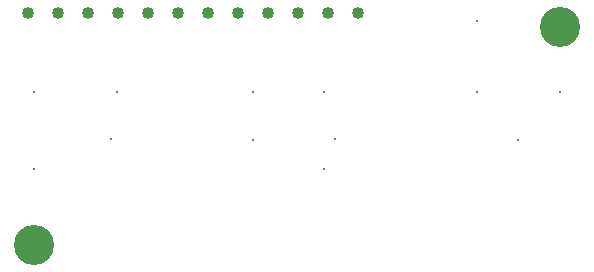
<source format=gbr>
%TF.GenerationSoftware,Altium Limited,Altium Designer,25.4.2 (15)*%
G04 Layer_Color=0*
%FSLAX45Y45*%
%MOMM*%
%TF.SameCoordinates,CEA3B553-39D9-45E3-89D3-1F66C04990E3*%
%TF.FilePolarity,Positive*%
%TF.FileFunction,Plated,1,2,PTH,Drill*%
%TF.Part,Single*%
G01*
G75*
%TA.AperFunction,OtherDrill,Free Pad (118mm,43mm)*%
%ADD27C,3.40000*%
%TA.AperFunction,OtherDrill,Free Pad (162.5mm,61.5mm)*%
%ADD28C,3.40000*%
%TA.AperFunction,ComponentDrill*%
%ADD29C,1.02000*%
%TA.AperFunction,ViaDrill,NotFilled*%
%ADD30C,0.30000*%
D27*
X11800000Y4300000D02*
D03*
D28*
X16250000Y6150000D02*
D03*
D29*
X11750000Y6270000D02*
D03*
X12004000D02*
D03*
X12258000D02*
D03*
X12512000D02*
D03*
X12766000D02*
D03*
X13020000D02*
D03*
X13274001D02*
D03*
X13528000D02*
D03*
X13782001D02*
D03*
X14036000D02*
D03*
X14289999D02*
D03*
X14544000D02*
D03*
D30*
X14250000Y5600000D02*
D03*
X13650000D02*
D03*
X15550000D02*
D03*
Y6200000D02*
D03*
X14250000Y4950000D02*
D03*
X16250000Y5600000D02*
D03*
X12500000D02*
D03*
X11800000D02*
D03*
Y4950000D02*
D03*
X12450000Y5200000D02*
D03*
X14350000D02*
D03*
X15900000Y5190000D02*
D03*
X13650000D02*
D03*
%TF.MD5,c9a66018dce1b262613ad76df3c4671d*%
M02*

</source>
